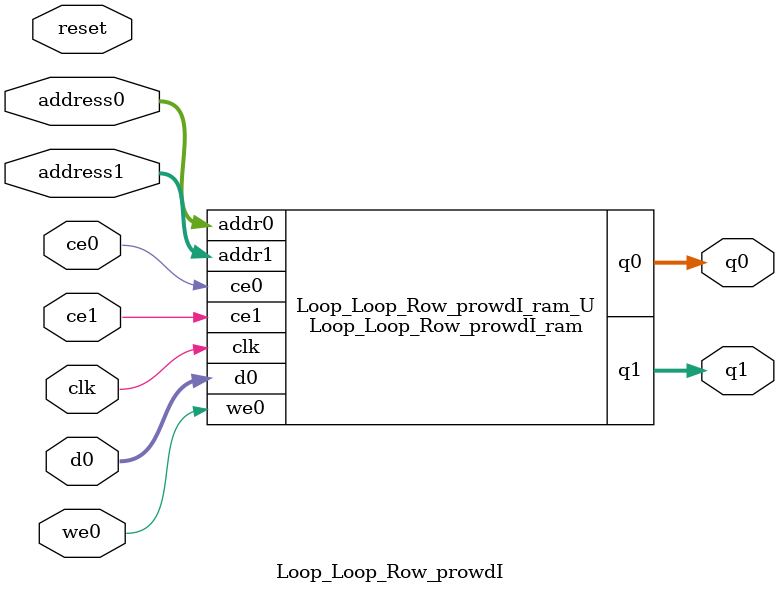
<source format=v>
`timescale 1 ns / 1 ps
module Loop_Loop_Row_prowdI_ram (addr0, ce0, d0, we0, q0, addr1, ce1, q1,  clk);

parameter DWIDTH = 8;
parameter AWIDTH = 9;
parameter MEM_SIZE = 360;

input[AWIDTH-1:0] addr0;
input ce0;
input[DWIDTH-1:0] d0;
input we0;
output reg[DWIDTH-1:0] q0;
input[AWIDTH-1:0] addr1;
input ce1;
output reg[DWIDTH-1:0] q1;
input clk;

(* ram_style = "block" *)reg [DWIDTH-1:0] ram[0:MEM_SIZE-1];




always @(posedge clk)  
begin 
    if (ce0) 
    begin
        if (we0) 
        begin 
            ram[addr0] <= d0; 
        end 
        q0 <= ram[addr0];
    end
end


always @(posedge clk)  
begin 
    if (ce1) 
    begin
        q1 <= ram[addr1];
    end
end


endmodule

`timescale 1 ns / 1 ps
module Loop_Loop_Row_prowdI(
    reset,
    clk,
    address0,
    ce0,
    we0,
    d0,
    q0,
    address1,
    ce1,
    q1);

parameter DataWidth = 32'd8;
parameter AddressRange = 32'd360;
parameter AddressWidth = 32'd9;
input reset;
input clk;
input[AddressWidth - 1:0] address0;
input ce0;
input we0;
input[DataWidth - 1:0] d0;
output[DataWidth - 1:0] q0;
input[AddressWidth - 1:0] address1;
input ce1;
output[DataWidth - 1:0] q1;



Loop_Loop_Row_prowdI_ram Loop_Loop_Row_prowdI_ram_U(
    .clk( clk ),
    .addr0( address0 ),
    .ce0( ce0 ),
    .we0( we0 ),
    .d0( d0 ),
    .q0( q0 ),
    .addr1( address1 ),
    .ce1( ce1 ),
    .q1( q1 ));

endmodule


</source>
